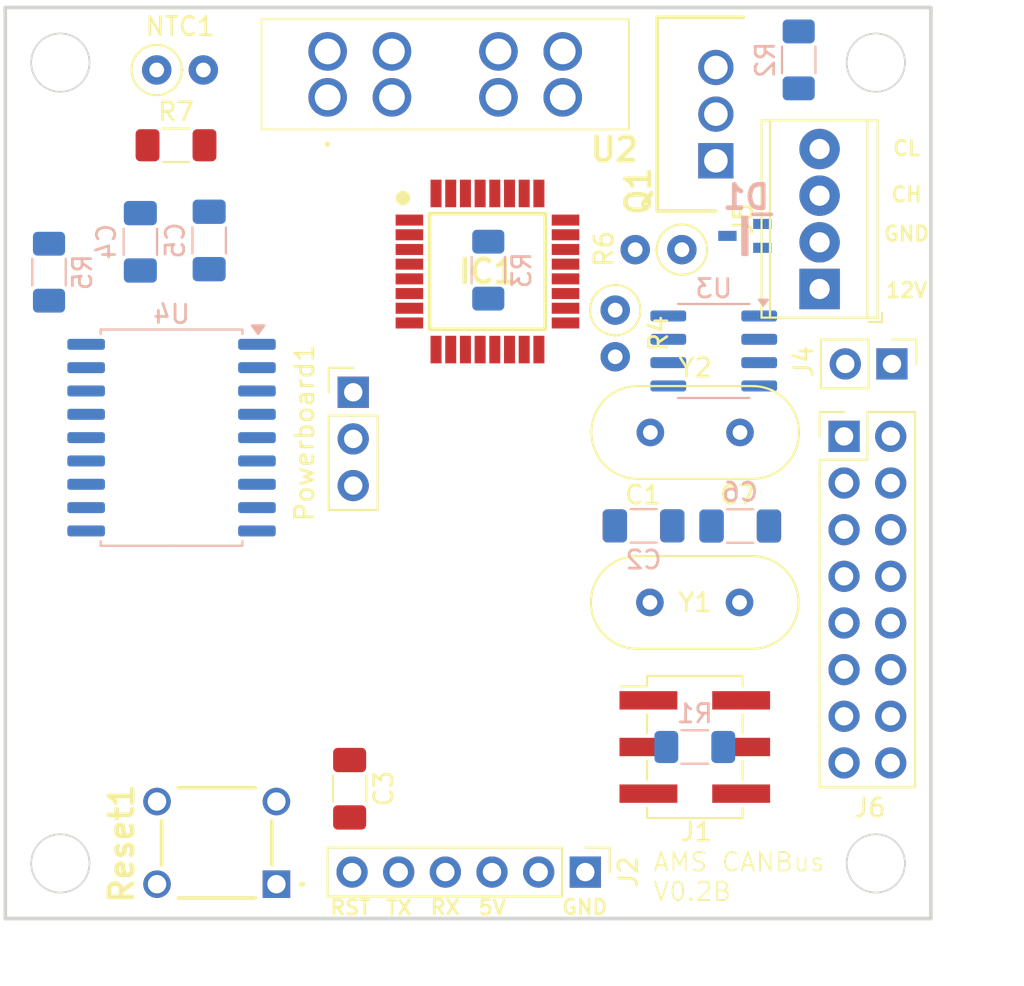
<source format=kicad_pcb>
(kicad_pcb (version 20240108) (generator "pcbnew") (generator_version "8.0")
  (layers (0 "F.Cu" signal) (1 "In1.Cu" signal) (2 "In2.Cu" signal) (31 "B.Cu" signal) (34 "B.Paste" user) (35 "F.Paste" user) (36 "B.SilkS" user "B.Silkscreen") (37 "F.SilkS" user "F.Silkscreen") (38 "B.Mask" user) (39 "F.Mask" user) (44 "Edge.Cuts" user))
  (net 0 "")
  (net 1 "GND")
  (net 2 "Net-(IC1-(XTAL1{slash}TOSC1)_PB6)")
  (net 3 "Net-(IC1-(XTAL2{slash}TOSC2)_PB7)")
  (net 4 "/BareMinATMEGA328PB-ANR/RESET")
  (net 5 "Net-(J2-Pin_6)")
  (net 6 "+5V")
  (net 7 "Net-(U4-OSC2)")
  (net 8 "Net-(U4-OSC1)")
  (net 9 "CANBUS_L")
  (net 10 "CANBUS_H")
  (net 11 "/BareMinATMEGA328PB-ANR/PD1-TX")
  (net 12 "/BareMinATMEGA328PB-ANR/PE1-SCL")
  (net 13 "/BareMinATMEGA328PB-ANR/PB0-D8")
  (net 15 "/BareMinATMEGA328PB-ANR/PB3-D11-MOSI")
  (net 16 "/BareMinATMEGA328PB-ANR/PC5-A5")
  (net 17 "Net-(J4-Pin_2)")
  (net 18 "Net-(J5-Pin_1)")
  (net 19 "+VDC")
  (net 20 "/BareMinATMEGA328PB-ANR/PD7-D7")
  (net 21 "/BareMinATMEGA328PB-ANR/PB4-D12-MISO")
  (net 22 "/BareMinATMEGA328PB-ANR/PB5-D13-SCK")
  (net 23 "/BareMinATMEGA328PB-ANR/PD6-D6")
  (net 24 "/BareMinATMEGA328PB-ANR/PC1-A1")
  (net 25 "/BareMinATMEGA328PB-ANR/PE2-A6")
  (net 26 "/BareMinATMEGA328PB-ANR/PE3-A7")
  (net 27 "/BareMinATMEGA328PB-ANR/PD3-D3")
  (net 28 "/BareMinATMEGA328PB-ANR/PC2-A2")
  (net 29 "/BareMinATMEGA328PB-ANR/PD4-D4")
  (net 30 "/BareMinATMEGA328PB-ANR/PD0-RX")
  (net 31 "/BareMinATMEGA328PB-ANR/PB1-D9")
  (net 32 "/BareMinATMEGA328PB-ANR/PD2-D2")
  (net 33 "Net-(Q1-Pad1)")
  (net 34 "Net-(Q1-Pad3)")
  (net 35 "/BareMinATMEGA328PB-ANR/AREF")
  (net 36 "Net-(U3-Rs)")
  (net 37 "Net-(U4-~{RESET})")
  (net 40 "/BareMinATMEGA328PB-ANR/PD5-D5")
  (net 41 "/BareMinATMEGA328PB-ANR/PC3-A3")
  (net 43 "/CANBUS-MCP2515/RXtoCANTC")
  (net 44 "/CANBUS-MCP2515/TXtoCANTC")
  (net 51 "/BareMinATMEGA328PB-ANR/PC4-A4")
  (net 52 "/BareMinATMEGA328PB-ANR/PE0-SDA")
  (net 53 "/BareMinATMEGA328PB-ANR/PC0-A0")
  (net 54 "/BareMinATMEGA328PB-ANR/PB2-D10-SS")
  (footprint "Capacitor_SMD:C_1206_3216Metric_Pad1.33x1.80mm_HandSolder" (layer "F.Cu") (at 118.7504 92.934 -90)
    (property "Reference" "C3" (at 0 -1.85 90) (layer "F.SilkS"))
    (property "Value" "100nf")
    (fp_line (start -0.711252 0.91) (end 0.711252 0.91) (stroke (width 0.12)) (layer "F.SilkS"))
    (fp_line (start -0.711252 -0.91) (end 0.711252 -0.91) (stroke (width 0.12)) (layer "F.SilkS"))
    (pad "1" smd roundrect (at -1.5625 0 270) (size 1.325 1.8) (layers "F.Cu" "F.Paste" "F.Mask") (roundrect_rratio 0.188679) (net 5 "Net-(J2-Pin_6)"))
    (pad "2" smd roundrect (at 1.5625 0 270) (size 1.325 1.8) (layers "F.Cu" "F.Paste" "F.Mask") (roundrect_rratio 0.188679) (net 4 "/BareMinATMEGA328PB-ANR/RESET"))
  )
  (footprint "Connector_PinHeader_2.54mm:PinHeader_2x08_P2.54mm_Vertical" (layer "F.Cu") (at 145.6707 73.7502)
    (property "Reference" "J6" (at 1.408795 20.221635 0) (layer "F.SilkS"))
    (property "Value" "Conn_02x08_Odd_Even")
    (fp_line (start -1.33 -1.33) (end 0 -1.33) (stroke (width 0.12)) (layer "F.SilkS"))
    (fp_line (start -1.33 0) (end -1.33 -1.33) (stroke (width 0.12)) (layer "F.SilkS"))
    (fp_line (start -1.33 1.27) (end -1.33 19.11) (stroke (width 0.12)) (layer "F.SilkS"))
    (fp_line (start -1.33 1.27) (end 1.27 1.27) (stroke (width 0.12)) (layer "F.SilkS"))
    (fp_line (start -1.33 19.11) (end 3.87 19.11) (stroke (width 0.12)) (layer "F.SilkS"))
    (fp_line (start 1.27 -1.33) (end 3.87 -1.33) (stroke (width 0.12)) (layer "F.SilkS"))
    (fp_line (start 1.27 1.27) (end 1.27 -1.33) (stroke (width 0.12)) (layer "F.SilkS"))
    (fp_line (start 3.87 -1.33) (end 3.87 19.11) (stroke (width 0.12)) (layer "F.SilkS"))
    (pad "1" thru_hole rect (at 0 0) (size 1.7 1.7) (drill 1) (layers "*.Cu" "*.Mask") (net 6 "+5V"))
    (pad "2" thru_hole oval (at 2.54 0) (size 1.7 1.7) (drill 1) (layers "*.Cu" "*.Mask") (net 27 "/BareMinATMEGA328PB-ANR/PD3-D3"))
    (pad "3" thru_hole oval (at 0 2.54) (size 1.7 1.7) (drill 1) (layers "*.Cu" "*.Mask") (net 19 "+VDC"))
    (pad "4" thru_hole oval (at 2.54 2.54) (size 1.7 1.7) (drill 1) (layers "*.Cu" "*.Mask") (net 29 "/BareMinATMEGA328PB-ANR/PD4-D4"))
    (pad "5" thru_hole oval (at 0 5.08) (size 1.7 1.7) (drill 1) (layers "*.Cu" "*.Mask") (net 24 "/BareMinATMEGA328PB-ANR/PC1-A1"))
    (pad "6" thru_hole oval (at 2.54 5.08) (size 1.7 1.7) (drill 1) (layers "*.Cu" "*.Mask") (net 40 "/BareMinATMEGA328PB-ANR/PD5-D5"))
    (pad "7" thru_hole oval (at 0 7.62) (size 1.7 1.7) (drill 1) (layers "*.Cu" "*.Mask") (net 28 "/BareMinATMEGA328PB-ANR/PC2-A2"))
    (pad "8" thru_hole oval (at 2.54 7.62) (size 1.7 1.7) (drill 1) (layers "*.Cu" "*.Mask") (net 23 "/BareMinATMEGA328PB-ANR/PD6-D6"))
    (pad "9" thru_hole oval (at 0 10.16) (size 1.7 1.7) (drill 1) (layers "*.Cu" "*.Mask") (net 41 "/BareMinATMEGA328PB-ANR/PC3-A3"))
    (pad "10" thru_hole oval (at 2.54 10.16) (size 1.7 1.7) (drill 1) (layers "*.Cu" "*.Mask") (net 20 "/BareMinATMEGA328PB-ANR/PD7-D7"))
    (pad "11" thru_hole oval (at 0 12.7) (size 1.7 1.7) (drill 1) (layers "*.Cu" "*.Mask") (net 51 "/BareMinATMEGA328PB-ANR/PC4-A4"))
    (pad "12" thru_hole oval (at 2.54 12.7) (size 1.7 1.7) (drill 1) (layers "*.Cu" "*.Mask") (net 13 "/BareMinATMEGA328PB-ANR/PB0-D8"))
    (pad "13" thru_hole oval (at 0 15.24) (size 1.7 1.7) (drill 1) (layers "*.Cu" "*.Mask") (net 16 "/BareMinATMEGA328PB-ANR/PC5-A5"))
    (pad "14" thru_hole oval (at 2.54 15.24) (size 1.7 1.7) (drill 1) (layers "*.Cu" "*.Mask") (net 54 "/BareMinATMEGA328PB-ANR/PB2-D10-SS"))
    (pad "15" thru_hole oval (at 0 17.78) (size 1.7 1.7) (drill 1) (layers "*.Cu" "*.Mask") (net 1 "GND"))
    (pad "16" thru_hole oval (at 2.54 17.78) (size 1.7 1.7) (drill 1) (layers "*.Cu" "*.Mask") (net 1 "GND"))
  )
  (footprint "Resistor_THT:R_Axial_DIN0207_L6.3mm_D2.5mm_P2.54mm_Vertical" (layer "F.Cu") (at 133.2127 66.8761 -90)
    (property "Reference" "R4" (at 1.270233 -2.354649 90) (layer "F.SilkS"))
    (property "Value" "17k")
    (fp_line (start 1.37 0) (end 1.44 0) (stroke (width 0.12)) (layer "F.SilkS"))
    (fp_circle (center 0 0) (end 1.37 0) (stroke (width 0.12)) (fill none) (layer "F.SilkS"))
    (pad "1" thru_hole circle (at 0 0 270) (size 1.6 1.6) (drill 0.8) (layers "*.Cu" "*.Mask") (net 36 "Net-(U3-Rs)"))
    (pad "2" thru_hole oval (at 2.54 0 270) (size 1.6 1.6) (drill 0.8) (layers "*.Cu" "*.Mask") (net 1 "GND"))
  )
  (footprint "Resistor_SMD:R_1206_3216Metric_Pad1.30x1.75mm_HandSolder" (layer "F.Cu") (at 109.298 57.9004)
    (property "Reference" "R7" (at 0 -1.82 0) (layer "F.SilkS"))
    (property "Value" "10k")
    (fp_line (start -0.727064 -0.91) (end 0.727064 -0.91) (stroke (width 0.12)) (layer "F.SilkS"))
    (fp_line (start -0.727064 0.91) (end 0.727064 0.91) (stroke (width 0.12)) (layer "F.SilkS"))
    (pad "1" smd roundrect (at -1.55 0) (size 1.3 1.75) (layers "F.Cu" "F.Paste" "F.Mask") (roundrect_rratio 0.192308) (net 1 "GND"))
    (pad "2" smd roundrect (at 1.55 0) (size 1.3 1.75) (layers "F.Cu" "F.Paste" "F.Mask") (roundrect_rratio 0.192308) (net 53 "/BareMinATMEGA328PB-ANR/PC0-A0"))
  )
  (footprint "Connector_PinHeader_2.54mm:PinHeader_2x03_P2.54mm_Vertical_SMD" (layer "F.Cu") (at 137.5433 90.6621)
    (property "Reference" "J1" (at 0.088373 4.619066 0) (layer "F.SilkS"))
    (property "Value" "ICSP")
    (fp_line (start -4.04 -3.3) (end -2.6 -3.3) (stroke (width 0.12)) (layer "F.SilkS"))
    (fp_line (start -2.6 -3.87) (end -2.6 -3.3) (stroke (width 0.12)) (layer "F.SilkS"))
    (fp_line (start -2.6 -3.87) (end 2.6 -3.87) (stroke (width 0.12)) (layer "F.SilkS"))
    (fp_line (start -2.6 -1.78) (end -2.6 -0.76) (stroke (width 0.12)) (layer "F.SilkS"))
    (fp_line (start -2.6 0.76) (end -2.6 1.78) (stroke (width 0.12)) (layer "F.SilkS"))
    (fp_line (start -2.6 3.3) (end -2.6 3.87) (stroke (width 0.12)) (layer "F.SilkS"))
    (fp_line (start -2.6 3.87) (end 2.6 3.87) (stroke (width 0.12)) (layer "F.SilkS"))
    (fp_line (start 2.6 -3.87) (end 2.6 -3.3) (stroke (width 0.12)) (layer "F.SilkS"))
    (fp_line (start 2.6 -1.78) (end 2.6 -0.76) (stroke (width 0.12)) (layer "F.SilkS"))
    (fp_line (start 2.6 0.76) (end 2.6 1.78) (stroke (width 0.12)) (layer "F.SilkS"))
    (fp_line (start 2.6 3.3) (end 2.6 3.87) (stroke (width 0.12)) (layer "F.SilkS"))
    (pad "1" smd rect (at -2.525 -2.54) (size 3.15 1) (layers "F.Cu" "F.Paste" "F.Mask") (net 21 "/BareMinATMEGA328PB-ANR/PB4-D12-MISO"))
    (pad "2" smd rect (at 2.525 -2.54) (size 3.15 1) (layers "F.Cu" "F.Paste" "F.Mask") (net 22 "/BareMinATMEGA328PB-ANR/PB5-D13-SCK"))
    (pad "3" smd rect (at -2.525 0) (size 3.15 1) (layers "F.Cu" "F.Paste" "F.Mask") (net 4 "/BareMinATMEGA328PB-ANR/RESET"))
    (pad "4" smd rect (at 2.525 0) (size 3.15 1) (layers "F.Cu" "F.Paste" "F.Mask") (net 6 "+5V"))
    (pad "5" smd rect (at -2.525 2.54) (size 3.15 1) (layers "F.Cu" "F.Paste" "F.Mask") (net 15 "/BareMinATMEGA328PB-ANR/PB3-D11-MOSI"))
    (pad "6" smd rect (at 2.525 2.54) (size 3.15 1) (layers "F.Cu" "F.Paste" "F.Mask") (net 1 "GND"))
  )
  (footprint "Resistor_THT:R_Axial_DIN0207_L6.3mm_D2.5mm_P2.54mm_Vertical" (layer "F.Cu") (at 108.2457 53.8005)
    (property "Reference" "NTC1" (at 1.27 -2.37 0) (layer "F.SilkS"))
    (property "Value" "10k")
    (fp_line (start 1.37 0) (end 1.44 0) (stroke (width 0.12)) (layer "F.SilkS"))
    (fp_circle (center 0 0) (end 1.37 0) (stroke (width 0.12)) (fill none) (layer "F.SilkS"))
    (pad "1" thru_hole circle (at 0 0) (size 1.6 1.6) (drill 0.8) (layers "*.Cu" "*.Mask") (net 53 "/BareMinATMEGA328PB-ANR/PC0-A0"))
    (pad "2" thru_hole oval (at 2.54 0) (size 1.6 1.6) (drill 0.8) (layers "*.Cu" "*.Mask") (net 6 "+5V"))
  )
  (footprint "Capacitor_SMD:C_1206_3216Metric_Pad1.33x1.80mm_HandSolder" (layer "F.Cu") (at 134.7505 78.6225)
    (property "Reference" "C1" (at -0.032988 -1.68824 0) (layer "F.SilkS"))
    (property "Value" "22pf")
    (fp_line (start -0.711252 -0.91) (end 0.711252 -0.91) (stroke (width 0.12)) (layer "F.SilkS"))
    (fp_line (start -0.711252 0.91) (end 0.711252 0.91) (stroke (width 0.12)) (layer "F.SilkS"))
    (pad "1" smd roundrect (at -1.5625 0) (size 1.325 1.8) (layers "F.Cu" "F.Paste" "F.Mask") (roundrect_rratio 0.188679) (net 2 "Net-(IC1-(XTAL1{slash}TOSC1)_PB6)"))
    (pad "2" smd roundrect (at 1.5625 0) (size 1.325 1.8) (layers "F.Cu" "F.Paste" "F.Mask") (roundrect_rratio 0.188679) (net 1 "GND"))
  )
  (footprint "Resistor_THT:R_Axial_DIN0207_L6.3mm_D2.5mm_P2.54mm_Vertical" (layer "F.Cu") (at 136.841 63.5835 180)
    (property "Reference" "R6" (at 4.245813 0.041861 -90) (layer "F.SilkS"))
    (property "Value" "120")
    (fp_line (start 1.37 0) (end 1.44 0) (stroke (width 0.12)) (layer "F.SilkS"))
    (fp_circle (center 0 0) (end 1.37 0) (stroke (width 0.12)) (fill none) (layer "F.SilkS"))
    (pad "1" thru_hole circle (at 0 0 180) (size 1.6 1.6) (drill 0.8) (layers "*.Cu" "*.Mask") (net 17 "Net-(J4-Pin_2)"))
    (pad "2" thru_hole oval (at 2.54 0 180) (size 1.6 1.6) (drill 0.8) (layers "*.Cu" "*.Mask") (net 9 "CANBUS_L"))
  )
  (footprint "SamacSys_Parts:QFP80P900X900X120-32N" (layer "F.Cu") (at 126.255337 64.774081)
    (property "Reference" "IC1" (at 0 0 0) (layer "F.SilkS") (effects (font (size 1.27 1.27) (thickness 0.254))))
    (property "Value" "ATMEGA328PB-ANR" (hide yes))
    (fp_line (start -3.15 -3.15) (end 3.15 -3.15) (stroke (width 0.2)) (layer "F.SilkS"))
    (fp_line (start -3.15 3.15) (end -3.15 -3.15) (stroke (width 0.2)) (layer "F.SilkS"))
    (fp_line (start 3.15 -3.15) (end 3.15 3.15) (stroke (width 0.2)) (layer "F.SilkS"))
    (fp_line (start 3.15 3.15) (end -3.15 3.15) (stroke (width 0.2)) (layer "F.SilkS"))
    (fp_circle (center -4.6 -4) (end -4.6 -3.8) (stroke (width 0.4)) (fill none) (layer "F.SilkS"))
    (pad "1" smd rect (at -4.25 -2.8 90) (size 0.6 1.5) (layers "F.Cu" "F.Paste" "F.Mask") (net 27 "/BareMinATMEGA328PB-ANR/PD3-D3"))
    (pad "2" smd rect (at -4.25 -2 90) (size 0.6 1.5) (layers "F.Cu" "F.Paste" "F.Mask") (net 29 "/BareMinATMEGA328PB-ANR/PD4-D4"))
    (pad "3" smd rect (at -4.25 -1.2 90) (size 0.6 1.5) (layers "F.Cu" "F.Paste" "F.Mask") (net 52 "/BareMinATMEGA328PB-ANR/PE0-SDA"))
    (pad "4" smd rect (at -4.25 -0.4 90) (size 0.6 1.5) (layers "F.Cu" "F.Paste" "F.Mask") (net 6 "+5V"))
    (pad "5" smd rect (at -4.25 0.4 90) (size 0.6 1.5) (layers "F.Cu" "F.Paste" "F.Mask") (net 1 "GND"))
    (pad "6" smd rect (at -4.25 1.2 90) (size 0.6 1.5) (layers "F.Cu" "F.Paste" "F.Mask") (net 12 "/BareMinATMEGA328PB-ANR/PE1-SCL"))
    (pad "7" smd rect (at -4.25 2 90) (size 0.6 1.5) (layers "F.Cu" "F.Paste" "F.Mask") (net 2 "Net-(IC1-(XTAL1{slash}TOSC1)_PB6)"))
    (pad "8" smd rect (at -4.25 2.8 90) (size 0.6 1.5) (layers "F.Cu" "F.Paste" "F.Mask") (net 3 "Net-(IC1-(XTAL2{slash}TOSC2)_PB7)"))
    (pad "9" smd rect (at -2.8 4.25) (size 0.6 1.5) (layers "F.Cu" "F.Paste" "F.Mask") (net 40 "/BareMinATMEGA328PB-ANR/PD5-D5"))
    (pad "10" smd rect (at -2 4.25) (size 0.6 1.5) (layers "F.Cu" "F.Paste" "F.Mask") (net 23 "/BareMinATMEGA328PB-ANR/PD6-D6"))
    (pad "11" smd rect (at -1.2 4.25) (size 0.6 1.5) (layers "F.Cu" "F.Paste" "F.Mask") (net 20 "/BareMinATMEGA328PB-ANR/PD7-D7"))
    (pad "12" smd rect (at -0.4 4.25) (size 0.6 1.5) (layers "F.Cu" "F.Paste" "F.Mask") (net 13 "/BareMinATMEGA328PB-ANR/PB0-D8"))
    (pad "13" smd rect (at 0.4 4.25) (size 0.6 1.5) (layers "F.Cu" "F.Paste" "F.Mask") (net 31 "/BareMinATMEGA328PB-ANR/PB1-D9"))
    (pad "14" smd rect (at 1.2 4.25) (size 0.6 1.5) (layers "F.Cu" "F.Paste" "F.Mask") (net 54 "/BareMinATMEGA328PB-ANR/PB2-D10-SS"))
    (pad "15" smd rect (at 2 4.25) (size 0.6 1.5) (layers "F.Cu" "F.Paste" "F.Mask") (net 15 "/BareMinATMEGA328PB-ANR/PB3-D11-MOSI"))
    (pad "16" smd rect (at 2.8 4.25) (size 0.6 1.5) (layers "F.Cu" "F.Paste" "F.Mask") (net 21 "/BareMinATMEGA328PB-ANR/PB4-D12-MISO"))
    (pad "17" smd rect (at 4.25 2.8 90) (size 0.6 1.5) (layers "F.Cu" "F.Paste" "F.Mask") (net 22 "/BareMinATMEGA328PB-ANR/PB5-D13-SCK"))
    (pad "18" smd rect (at 4.25 2 90) (size 0.6 1.5) (layers "F.Cu" "F.Paste" "F.Mask") (net 6 "+5V"))
    (pad "19" smd rect (at 4.25 1.2 90) (size 0.6 1.5) (layers "F.Cu" "F.Paste" "F.Mask") (net 25 "/BareMinATMEGA328PB-ANR/PE2-A6"))
    (pad "20" smd rect (at 4.25 0.4 90) (size 0.6 1.5) (layers "F.Cu" "F.Paste" "F.Mask") (net 35 "/BareMinATMEGA328PB-ANR/AREF"))
    (pad "21" smd rect (at 4.25 -0.4 90) (size 0.6 1.5) (layers "F.Cu" "F.Paste" "F.Mask") (net 1 "GND"))
    (pad "22" smd rect (at 4.25 -1.2 90) (size 0.6 1.5) (layers "F.Cu" "F.Paste" "F.Mask") (net 26 "/BareMinATMEGA328PB-ANR/PE3-A7"))
    (pad "23" smd rect (at 4.25 -2 90) (size 0.6 1.5) (layers "F.Cu" "F.Paste" "F.Mask") (net 53 "/BareMinATMEGA328PB-ANR/PC0-A0"))
    (pad "24" smd rect (at 4.25 -2.8 90) (size 0.6 1.5) (layers "F.Cu" "F.Paste" "F.Mask") (net 24 "/BareMinATMEGA328PB-ANR/PC1-A1"))
    (pad "25" smd rect (at 2.8 -4.25) (size 0.6 1.5) (layers "F.Cu" "F.Paste" "F.Mask") (net 28 "/BareMinATMEGA328PB-ANR/PC2-A2"))
    (pad "26" smd rect (at 2 -4.25) (size 0.6 1.5) (layers "F.Cu" "F.Paste" "F.Mask") (net 41 "/BareMinATMEGA328PB-ANR/PC3-A3"))
    (pad "27" smd rect (at 1.2 -4.25) (size 0.6 1.5) (layers "F.Cu" "F.Paste" "F.Mask") (net 51 "/BareMinATMEGA328PB-ANR/PC4-A4"))
    (pad "28" smd rect (at 0.4 -4.25) (size 0.6 1.5) (layers "F.Cu" "F.Paste" "F.Mask") (net 16 "/BareMinATMEGA328PB-ANR/PC5-A5"))
    (pad "29" smd rect (at -0.4 -4.25) (size 0.6 1.5) (layers "F.Cu" "F.Paste" "F.Mask") (net 4 "/BareMinATMEGA328PB-ANR/RESET"))
    (pad "30" smd rect (at -1.2 -4.25) (size 0.6 1.5) (layers "F.Cu" "F.Paste" "F.Mask") (net 30 "/BareMinATMEGA328PB-ANR/PD0-RX"))
    (pad "31" smd rect (at -2 -4.25) (size 0.6 1.5) (layers "F.Cu" "F.Paste" "F.Mask") (net 11 "/BareMinATMEGA328PB-ANR/PD1-TX"))
    (pad "32" smd rect (at -2.8 -4.25) (size 0.6 1.5) (layers "F.Cu" "F.Paste" "F.Mask") (net 32 "/BareMinATMEGA328PB-ANR/PD2-D2"))
  )
  (footprint "Connector_PinHeader_2.54mm:PinHeader_1x03_P2.54mm_Vertical" (layer "F.Cu") (at 118.9469 71.3482)
    (property "Reference" "Powerboard1" (at -2.653373 2.208433 90) (layer "F.SilkS"))
    (property "Value" "Conn_01x03" (hide yes))
    (fp_line (start -1.33 -1.33) (end 0 -1.33) (stroke (width 0.12)) (layer "F.SilkS"))
    (fp_line (start -1.33 0) (end -1.33 -1.33) (stroke (width 0.12)) (layer "F.SilkS"))
    (fp_line (start -1.33 1.27) (end -1.33 6.41) (stroke (width 0.12)) (layer "F.SilkS"))
    (fp_line (start -1.33 1.27) (end 1.33 1.27) (stroke (width 0.12)) (layer "F.SilkS"))
    (fp_line (start -1.33 6.41) (end 1.33 6.41) (stroke (width 0.12)) (layer "F.SilkS"))
    (fp_line (start 1.33 1.27) (end 1.33 6.41) (stroke (width 0.12)) (layer "F.SilkS"))
    (pad "1" thru_hole rect (at 0 0) (size 1.7 1.7) (drill 1) (layers "*.Cu" "*.Mask") (net 19 "+VDC"))
    (pad "2" thru_hole oval (at 0 2.54) (size 1.7 1.7) (drill 1) (layers "*.Cu" "*.Mask") (net 6 "+5V"))
    (pad "3" thru_hole oval (at 0 5.08) (size 1.7 1.7) (drill 1) (layers "*.Cu" "*.Mask") (net 1 "GND"))
  )
  (footprint "Connector_PinHeader_2.54mm:PinHeader_1x02_P2.54mm_Vertical" (layer "F.Cu") (at 148.2775 69.8053 -90)
    (property "Reference" "J4" (at -0.135532 4.80964 90) (layer "F.SilkS"))
    (property "Value" "Conn_01x02")
    (fp_line (start -1.33 3.87) (end 1.33 3.87) (stroke (width 0.12)) (layer "F.SilkS"))
    (fp_line (start -1.33 1.27) (end -1.33 3.87) (stroke (width 0.12)) (layer "F.SilkS"))
    (fp_line (start -1.33 1.27) (end 1.33 1.27) (stroke (width 0.12)) (layer "F.SilkS"))
    (fp_line (start 1.33 1.27) (end 1.33 3.87) (stroke (width 0.12)) (layer "F.SilkS"))
    (fp_line (start -1.33 0) (end -1.33 -1.33) (stroke (width 0.12)) (layer "F.SilkS"))
    (fp_line (start -1.33 -1.33) (end 0 -1.33) (stroke (width 0.12)) (layer "F.SilkS"))
    (pad "1" thru_hole rect (at 0 0 270) (size 1.7 1.7) (drill 1) (layers "*.Cu" "*.Mask") (net 10 "CANBUS_H"))
    (pad "2" thru_hole oval (at 0 2.54 270) (size 1.7 1.7) (drill 1) (layers "*.Cu" "*.Mask") (net 17 "Net-(J4-Pin_2)"))
  )
  (footprint "SamacSys_Parts:17861650001" (layer "F.Cu") (at 117.5543 55.2909)
    (property "Reference" "U2" (at 15.611993 2.84627 0) (layer "F.SilkS") (effects (font (size 1.27 1.27) (thickness 0.254))))
    (property "Value" "178.6165.0001" (hide yes))
    (fp_line (start -3.6 -4.25) (end 16.4 -4.25) (stroke (width 0.1)) (layer "F.SilkS"))
    (fp_line (start -3.6 1.75) (end -3.6 -4.25) (stroke (width 0.1)) (layer "F.SilkS"))
    (fp_line (start 0 2.5) (end 0 2.5) (stroke (width 0.2)) (layer "F.SilkS"))
    (fp_line (start 0 2.5) (end 0 2.5) (stroke (width 0.2)) (layer "F.SilkS"))
    (fp_line (start 0 2.6) (end 0 2.6) (stroke (width 0.2)) (layer "F.SilkS"))
    (fp_line (start 16.4 -4.25) (end 16.4 1.75) (stroke (width 0.1)) (layer "F.SilkS"))
    (fp_line (start 16.4 1.75) (end -3.6 1.75) (stroke (width 0.1)) (layer "F.SilkS"))
    (fp_arc (start 0 2.5) (mid 0.05 2.55) (end 0 2.6) (stroke (width 0.2)) (layer "F.SilkS"))
    (fp_arc (start 0 2.6) (mid -0.05 2.55) (end 0 2.5) (stroke (width 0.2)) (layer "F.SilkS"))
    (fp_arc (start 0 2.6) (mid -0.05 2.55) (end 0 2.5) (stroke (width 0.2)) (layer "F.SilkS"))
    (pad "" np_thru_hole circle (at 6.4 -1.25) (size 2.4 2.4) (drill 2.4) (layers "*.Cu" "*.Mask"))
    (pad "1" thru_hole circle (at 0 0) (size 2.1 2.1) (drill 1.4) (layers "*.Cu" "*.Mask") (net 19 "+VDC"))
    (pad "2" thru_hole circle (at 3.5 0) (size 2.1 2.1) (drill 1.4) (layers "*.Cu" "*.Mask") (net 19 "+VDC"))
    (pad "3" thru_hole circle (at 9.3 0) (size 2.1 2.1) (drill 1.4) (layers "*.Cu" "*.Mask") (net 34 "Net-(Q1-Pad3)"))
    (pad "4" thru_hole circle (at 12.8 0) (size 2.1 2.1) (drill 1.4) (layers "*.Cu" "*.Mask") (net 34 "Net-(Q1-Pad3)"))
    (pad "5" thru_hole circle (at 12.8 -2.5) (size 2.1 2.1) (drill 1.4) (layers "*.Cu" "*.Mask") (net 34 "Net-(Q1-Pad3)"))
    (pad "6" thru_hole circle (at 9.3 -2.5) (size 2.1 2.1) (drill 1.4) (layers "*.Cu" "*.Mask") (net 34 "Net-(Q1-Pad3)"))
    (pad "7" thru_hole circle (at 3.5 -2.5) (size 2.1 2.1) (drill 1.4) (layers "*.Cu" "*.Mask") (net 19 "+VDC"))
    (pad "8" thru_hole circle (at 0 -2.5) (size 2.1 2.1) (drill 1.4) (layers "*.Cu" "*.Mask") (net 19 "+VDC"))
  )
  (footprint "TerminalBlock_Phoenix:TerminalBlock_Phoenix_MPT-0,5-4-2.54_1x04_P2.54mm_Horizontal" (layer "F.Cu") (at 144.3379 65.725 90)
    (property "Reference" "J5" (at 3.81 -4.16 -90) (layer "F.SilkS"))
    (property "Value" "Power_And_CAN")
    (fp_line (start 9.18 -3.16) (end 9.18 3.16) (stroke (width 0.12)) (layer "F.SilkS"))
    (fp_line (start -1.56 -3.16) (end 9.18 -3.16) (stroke (width 0.12)) (layer "F.SilkS"))
    (fp_line (start -1.56 -3.16) (end -1.56 3.16) (stroke (width 0.12)) (layer "F.SilkS"))
    (fp_line (start -1.56 -2.7) (end 9.18 -2.7) (stroke (width 0.12)) (layer "F.SilkS"))
    (fp_line (start -1.56 2.6) (end 9.18 2.6) (stroke (width 0.12)) (layer "F.SilkS"))
    (fp_line (start -1.8 2.66) (end -1.8 3.4) (stroke (width 0.12)) (layer "F.SilkS"))
    (fp_line (start -1.56 3.16) (end 9.18 3.16) (stroke (width 0.12)) (layer "F.SilkS"))
    (fp_line (start -1.8 3.4) (end -1.3 3.4) (stroke (width 0.12)) (layer "F.SilkS"))
    (pad "1" thru_hole rect (at 0 0 90) (size 2.2 2.2) (drill 1.1) (layers "*.Cu" "*.Mask") (net 18 "Net-(J5-Pin_1)"))
    (pad "2" thru_hole circle (at 2.54 0 90) (size 2.2 2.2) (drill 1.1) (layers "*.Cu" "*.Mask") (net 1 "GND"))
    (pad "3" thru_hole circle (at 5.08 0 90) (size 2.2 2.2) (drill 1.1) (layers "*.Cu" "*.Mask") (net 10 "CANBUS_H"))
    (pad "4" thru_hole circle (at 7.62 0 90) (size 2.2 2.2) (drill 1.1) (layers "*.Cu" "*.Mask") (net 9 "CANBUS_L"))
  )
  (footprint "SamacSys_Parts:TO254P469X1042X1967-3P" (layer "F.Cu") (at 138.6917 58.745 90)
    (property "Reference" "Q1" (at -1.643419 -4.22138 -90) (layer "F.SilkS") (effects (font (size 1.27 1.27) (thickness 0.254))))
    (property "Value" "IRF9Z34NPBF" (hide yes))
    (fp_line (start 7.81 -3.195) (end -2.73 -3.195) (stroke (width 0.2)) (layer "F.SilkS"))
    (fp_line (start -2.73 -3.195) (end -2.73 0) (stroke (width 0.2)) (layer "F.SilkS"))
    (fp_line (start 7.81 1.495) (end 7.81 -3.195) (stroke (width 0.2)) (layer "F.SilkS"))
    (pad "1" thru_hole rect (at 0 0 90) (size 1.92 1.92) (drill 1.28) (layers "*.Cu" "*.Mask") (net 33 "Net-(Q1-Pad1)"))
    (pad "2" thru_hole circle (at 2.54 0 90) (size 1.92 1.92) (drill 1.28) (layers "*.Cu" "*.Mask") (net 18 "Net-(J5-Pin_1)"))
    (pad "3" thru_hole circle (at 5.08 0 90) (size 1.92 1.92) (drill 1.28) (layers "*.Cu" "*.Mask") (net 34 "Net-(Q1-Pad3)"))
  )
  (footprint "Connector_PinHeader_2.54mm:PinHeader_1x06_P2.54mm_Vertical" (layer "F.Cu") (at 131.583 97.4726 -90)
    (property "Reference" "J2" (at 0 -2.33 90) (layer "F.SilkS"))
    (property "Value" "TTL_Programmer")
    (fp_line (start -1.33 14.03) (end 1.33 14.03) (stroke (width 0.12)) (layer "F.SilkS"))
    (fp_line (start -1.33 1.27) (end -1.33 14.03) (stroke (width 0.12)) (layer "F.SilkS"))
    (fp_line (start -1.33 1.27) (end 1.33 1.27) (stroke (width 0.12)) (layer "F.SilkS"))
    (fp_line (start 1.33 1.27) (end 1.33 14.03) (stroke (width 0.12)) (layer "F.SilkS"))
    (fp_line (start -1.33 0) (end -1.33 -1.33) (stroke (width 0.12)) (layer "F.SilkS"))
    (fp_line (start -1.33 -1.33) (end 0 -1.33) (stroke (width 0.12)) (layer "F.SilkS"))
    (pad "1" thru_hole rect (at 0 0 270) (size 1.7 1.7) (drill 1) (layers "*.Cu" "*.Mask") (net 1 "GND"))
    (pad "2" thru_hole oval (at 0 2.54 270) (size 1.7 1.7) (drill 1) (layers "*.Cu" "*.Mask"))
    (pad "3" thru_hole oval (at 0 5.08 270) (size 1.7 1.7) (drill 1) (layers "*.Cu" "*.Mask") (net 6 "+5V"))
    (pad "4" thru_hole oval (at 0 7.62 270) (size 1.7 1.7) (drill 1) (layers "*.Cu" "*.Mask") (net 30 "/BareMinATMEGA328PB-ANR/PD0-RX"))
    (pad "5" thru_hole oval (at 0 10.16 270) (size 1.7 1.7) (drill 1) (layers "*.Cu" "*.Mask") (net 11 "/BareMinATMEGA328PB-ANR/PD1-TX"))
    (pad "6" thru_hole oval (at 0 12.7 270) (size 1.7 1.7) (drill 1) (layers "*.Cu" "*.Mask") (net 5 "Net-(J2-Pin_6)"))
  )
  (footprint "Crystal:Crystal_HC49-U_Vertical" (layer "F.Cu") (at 135.1248 73.5365)
    (property "Reference" "Y2" (at 2.44 -3.525 0) (layer "F.SilkS"))
    (property "Value" "16MHz")
    (fp_line (start -0.685 -2.525) (end 5.565 -2.525) (stroke (width 0.12)) (layer "F.SilkS"))
    (fp_line (start -0.685 2.525) (end 5.565 2.525) (stroke (width 0.12)) (layer "F.SilkS"))
    (fp_arc (start -0.685 2.525) (mid -3.21 0) (end -0.685 -2.525) (stroke (width 0.12)) (layer "F.SilkS"))
    (fp_arc (start 5.565 -2.525) (mid 8.09 0) (end 5.565 2.525) (stroke (width 0.12)) (layer "F.SilkS"))
    (pad "1" thru_hole circle (at 0 0) (size 1.5 1.5) (drill 0.8) (layers "*.Cu" "*.Mask") (net 8 "Net-(U4-OSC1)"))
    (pad "2" thru_hole circle (at 4.88 0) (size 1.5 1.5) (drill 0.8) (layers "*.Cu" "*.Mask") (net 7 "Net-(U4-OSC2)"))
  )
  (footprint "SamacSys_Parts:TS0266160BK260LCRD" (layer "F.Cu") (at 114.7642 98.1316 180)
    (property "Reference" "Reset1" (at 8.425578 2.207048 -90) (layer "F.SilkS") (effects (font (size 1.27 1.27) (thickness 0.254))))
    (property "Value" "TS02-66-160-BK-260-LCR-D" (hide yes))
    (fp_line (start 6.25 3.45) (end 6.25 1.05) (stroke (width 0.2)) (layer "F.SilkS"))
    (fp_line (start 1.15 5.25) (end 5.35 5.25) (stroke (width 0.2)) (layer "F.SilkS"))
    (fp_line (start 1.15 -0.75) (end 5.35 -0.75) (stroke (width 0.2)) (layer "F.SilkS"))
    (fp_line (start 0.25 3.45) (end 0.25 1.05) (stroke (width 0.2)) (layer "F.SilkS"))
    (fp_line (start -1.35 0) (end -1.35 0) (stroke (width 0.2)) (layer "F.SilkS"))
    (fp_line (start -1.45 0) (end -1.35 0) (stroke (width 0.2)) (layer "F.SilkS"))
    (fp_line (start -1.45 0) (end -1.45 0) (stroke (width 0.2)) (layer "F.SilkS"))
    (fp_arc (start -1.35 0) (mid -1.4 0.05) (end -1.45 0) (stroke (width 0.2)) (layer "F.SilkS"))
    (fp_arc (start -1.45 0) (mid -1.4 -0.05) (end -1.35 0) (stroke (width 0.2)) (layer "F.SilkS"))
    (pad "1" thru_hole rect (at 0 0 180) (size 1.5 1.5) (drill 1) (layers "*.Cu" "*.Mask") (net 4 "/BareMinATMEGA328PB-ANR/RESET"))
    (pad "2" thru_hole circle (at 6.5 0 180) (size 1.5 1.5) (drill 1) (layers "*.Cu" "*.Mask"))
    (pad "3" thru_hole circle (at 0 4.5 180) (size 1.5 1.5) (drill 1) (layers "*.Cu" "*.Mask") (net 1 "GND"))
    (pad "4" thru_hole circle (at 6.5 4.5 180) (size 1.5 1.5) (drill 1) (layers "*.Cu" "*.Mask"))
  )
  (footprint "Crystal:Crystal_HC49-U_Vertical" (layer "F.Cu") (at 135.0999 82.7909)
    (property "Reference" "Y1" (at 2.461251 0 0) (layer "F.SilkS"))
    (property "Value" "16MHz")
    (fp_line (start -0.685 -2.525) (end 5.565 -2.525) (stroke (width 0.12)) (layer "F.SilkS"))
    (fp_line (start -0.685 2.525) (end 5.565 2.525) (stroke (width 0.12)) (layer "F.SilkS"))
    (fp_arc (start -0.685 2.525) (mid -3.21 0) (end -0.685 -2.525) (stroke (width 0.12)) (layer "F.SilkS"))
    (fp_arc (start 5.565 -2.525) (mid 8.09 0) (end 5.565 2.525) (stroke (width 0.12)) (layer "F.SilkS"))
    (pad "1" thru_hole circle (at 0 0) (size 1.5 1.5) (drill 0.8) (layers "*.Cu" "*.Mask") (net 3 "Net-(IC1-(XTAL2{slash}TOSC2)_PB7)"))
    (pad "2" thru_hole circle (at 4.88 0) (size 1.5 1.5) (drill 0.8) (layers "*.Cu" "*.Mask") (net 2 "Net-(IC1-(XTAL1{slash}TOSC1)_PB6)"))
  )
  (footprint "Capacitor_SMD:C_1206_3216Metric_Pad1.33x1.80mm_HandSolder" (layer "F.Cu") (at 140.0214 78.6336 180)
    (property "Reference" "C7" (at 0.134128 1.699267 180) (layer "F.SilkS"))
    (property "Value" "22pf")
    (fp_line (start -0.711252 0.91) (end 0.711252 0.91) (stroke (width 0.12)) (layer "F.SilkS"))
    (fp_line (start -0.711252 -0.91) (end 0.711252 -0.91) (stroke (width 0.12)) (layer "F.SilkS"))
    (pad "1" smd roundrect (at -1.5625 0 180) (size 1.325 1.8) (layers "F.Cu" "F.Paste" "F.Mask") (roundrect_rratio 0.188679) (net 8 "Net-(U4-OSC1)"))
    (pad "2" smd roundrect (at 1.5625 0 180) (size 1.325 1.8) (layers "F.Cu" "F.Paste" "F.Mask") (roundrect_rratio 0.188679) (net 1 "GND"))
  )
  (footprint "Capacitor_SMD:C_1206_3216Metric_Pad1.33x1.80mm_HandSolder" (layer "B.Cu") (at 134.7571 78.6212)
    (property "Reference" "C2" (at 0 1.85 0) (layer "B.SilkS") (effects (justify mirror)))
    (property "Value" "22pf")
    (fp_line (start 0.711252 -0.91) (end -0.711252 -0.91) (stroke (width 0.12)) (layer "B.SilkS"))
    (fp_line (start 0.711252 0.91) (end -0.711252 0.91) (stroke (width 0.12)) (layer "B.SilkS"))
    (pad "1" smd roundrect (at -1.5625 0) (size 1.325 1.8) (layers "B.Cu" "B.Paste" "B.Mask") (roundrect_rratio 0.188679) (net 3 "Net-(IC1-(XTAL2{slash}TOSC2)_PB7)"))
    (pad "2" smd roundrect (at 1.5625 0) (size 1.325 1.8) (layers "B.Cu" "B.Paste" "B.Mask") (roundrect_rratio 0.188679) (net 1 "GND"))
  )
  (footprint "Package_SO:SOIC-18W_7.5x11.6mm_P1.27mm" (layer "B.Cu") (at 109.0546 73.8184 180)
    (property "Reference" "U4" (at 0 6.72 180) (layer "B.SilkS") (effects (justify mirror)))
    (property "Value" "MCP2515-xSO")
    (fp_line (start 3.86 5.885) (end 0 5.885) (stroke (width 0.12)) (layer "B.SilkS"))
    (fp_line (start 3.86 5.64) (end 3.86 5.885) (stroke (width 0.12)) (layer "B.SilkS"))
    (fp_line (start 3.86 -5.64) (end 3.86 -5.885) (stroke (width 0.12)) (layer "B.SilkS"))
    (fp_line (start 3.86 -5.885) (end 0 -5.885) (stroke (width 0.12)) (layer "B.SilkS"))
    (fp_line (start -3.86 5.885) (end 0 5.885) (stroke (width 0.12)) (layer "B.SilkS"))
    (fp_line (start -3.86 5.64) (end -3.86 5.885) (stroke (width 0.12)) (layer "B.SilkS"))
    (fp_line (start -3.86 -5.64) (end -3.86 -5.885) (stroke (width 0.12)) (layer "B.SilkS"))
    (fp_line (start -3.86 -5.885) (end 0 -5.885) (stroke (width 0.12)) (layer "B.SilkS"))
    (fp_poly (pts (xy -4.7125 5.64) (xy -5.0525 6.11) (xy -4.3725 6.11) (xy -4.7125 5.64)) (stroke (width 0.12)) (fill solid) (layer "B.SilkS"))
    (pad "1" smd roundrect (at -4.65 5.08 180) (size 2.05 0.6) (layers "B.Cu" "B.Paste" "B.Mask") (net 44 "/CANBUS-MCP2515/TXtoCANTC"))
    (pad "2" smd roundrect (at -4.65 3.81 180) (size 2.05 0.6) (layers "B.Cu" "B.Paste" "B.Mask") (net 43 "/CANBUS-MCP2515/RXtoCANTC"))
    (pad "3" smd roundrect (at -4.65 2.54 180) (size 2.05 0.6) (layers "B.Cu" "B.Paste" "B.Mask"))
    (pad "4" smd roundrect (at -4.65 1.27 180) (size 2.05 0.6) (layers "B.Cu" "B.Paste" "B.Mask"))
    (pad "5" smd roundrect (at -4.65 0 180) (size 2.05 0.6) (layers "B.Cu" "B.Paste" "B.Mask"))
    (pad "6" smd roundrect (at -4.65 -1.27 180) (size 2.05 0.6) (layers "B.Cu" "B.Paste" "B.Mask"))
    (pad "7" smd roundrect (at -4.65 -2.54 180) (size 2.05 0.6) (layers "B.Cu" "B.Paste" "B.Mask") (net 7 "Net-(U4-OSC2)"))
    (pad "8" smd roundrect (at -4.65 -3.81 180) (size 2.05 0.6) (layers "B.Cu" "B.Paste" "B.Mask") (net 8 "Net-(U4-OSC1)"))
    (pad "9" smd roundrect (at -4.65 -5.08 180) (size 2.05 0.6) (layers "B.Cu" "B.Paste" "B.Mask") (net 1 "GND"))
    (pad "10" smd roundrect (at 4.65 -5.08 180) (size 2.05 0.6) (layers "B.Cu" "B.Paste" "B.Mask"))
    (pad "11" smd roundrect (at 4.65 -3.81 180) (size 2.05 0.6) (layers "B.Cu" "B.Paste" "B.Mask"))
    (pad "12" smd roundrect (at 4.65 -2.54 180) (size 2.05 0.6) (layers "B.Cu" "B.Paste" "B.Mask") (net 32 "/BareMinATMEGA328PB-ANR/PD2-D2"))
    (pad "13" smd roundrect (at 4.65 -1.27 180) (size 2.05 0.6) (layers "B.Cu" "B.Paste" "B.Mask") (net 22 "/BareMinATMEGA328PB-ANR/PB5-D13-SCK"))
    (pad "14" smd roundrect (at 4.65 0 180) (size 2.05 0.6) (layers "B.Cu" "B.Paste" "B.Mask") (net 15 "/BareMinATMEGA328PB-ANR/PB3-D11-MOSI"))
    (pad "15" smd roundrect (at 4.65 1.27 180) (size 2.05 0.6) (layers "B.Cu" "B.Paste" "B.Mask") (net 21 "/BareMinATMEGA328PB-ANR/PB4-D12-MISO"))
    (pad "16" smd roundrect (at 4.65 2.54 180) (size 2.05 0.6) (layers "B.Cu" "B.Paste" "B.Mask") (net 31 "/BareMinATMEGA328PB-ANR/PB1-D9"))
    (pad "17" smd roundrect (at 4.65 3.81 180) (size 2.05 0.6) (layers "B.Cu" "B.Paste" "B.Mask") (net 37 "Net-(U4-~{RESET})"))
    (pad "18" smd roundrect (at 4.65 5.08 180) (size 2.05 0.6) (layers "B.Cu" "B.Paste" "B.Mask") (net 6 "+5V"))
  )
  (footprint "Resistor_SMD:R_1206_3216Metric_Pad1.30x1.75mm_HandSolder" (layer "B.Cu") (at 137.5433 90.6621 180)
    (property "Reference" "R1" (at 0 1.82 180) (layer "B.SilkS") (effects (justify mirror)))
    (property "Value" "10k")
    (fp_line (start 0.727064 0.91) (end -0.727064 0.91) (stroke (width 0.12)) (layer "B.SilkS"))
    (fp_line (start 0.727064 -0.91) (end -0.727064 -0.91) (stroke (width 0.12)) (layer "B.SilkS"))
    (pad "1" smd roundrect (at -1.55 0 180) (size 1.3 1.75) (layers "B.Cu" "B.Paste" "B.Mask") (roundrect_rratio 0.192308) (net 6 "+5V"))
    (pad "2" smd roundrect (at 1.55 0 180) (size 1.3 1.75) (layers "B.Cu" "B.Paste" "B.Mask") (roundrect_rratio 0.192308) (net 4 "/BareMinATMEGA328PB-ANR/RESET"))
  )
  (footprint "Capacitor_SMD:C_1206_3216Metric_Pad1.33x1.80mm_HandSolder" (layer "B.Cu") (at 107.3557 63.1569 -90)
    (property "Reference" "C4" (at 0 1.85 90) (layer "B.SilkS") (effects (justify mirror)))
    (property "Value" "100nf")
    (fp_line (start 0.711252 0.91) (end -0.711252 0.91) (stroke (width 0.12)) (layer "B.SilkS"))
    (fp_line (start 0.711252 -0.91) (end -0.711252 -0.91) (stroke (width 0.12)) (layer "B.SilkS"))
    (pad "1" smd roundrect (at -1.5625 0 270) (size 1.325 1.8) (layers "B.Cu" "B.Paste" "B.Mask") (roundrect_rratio 0.188679) (net 6 "+5V"))
    (pad "2" smd roundrect (at 1.5625 0 270) (size 1.325 1.8) (layers "B.Cu" "B.Paste" "B.Mask") (roundrect_rratio 0.188679) (net 1 "GND"))
  )
  (footprint "Package_SO:SOIC-8_3.9x4.9mm_P1.27mm" (layer "B.Cu") (at 138.5753 69.1 180)
    (property "Reference" "U3" (at 0 3.4 180) (layer "B.SilkS") (effects (justify mirror)))
    (property "Value" "MCP2551-I-SN")
    (fp_line (start 1.95 2.56) (end 0 2.56) (stroke (width 0.12)) (layer "B.SilkS"))
    (fp_line (start 1.95 -2.56) (end 0 -2.56) (stroke (width 0.12)) (layer "B.SilkS"))
    (fp_line (start -1.95 2.56) (end 0 2.56) (stroke (width 0.12)) (layer "B.SilkS"))
    (fp_line (start -1.95 -2.56) (end 0 -2.56) (stroke (width 0.12)) (layer "B.SilkS"))
    (fp_poly (pts (xy -2.7 2.465) (xy -2.94 2.795) (xy -2.46 2.795) (xy -2.7 2.465)) (stroke (width 0.12)) (fill solid) (layer "B.SilkS"))
    (pad "1" smd roundrect (at -2.475 1.905 180) (size 1.95 0.6) (layers "B.Cu" "B.Paste" "B.Mask") (net 44 "/CANBUS-MCP2515/TXtoCANTC"))
    (pad "2" smd roundrect (at -2.475 0.635 180) (size 1.95 0.6) (layers "B.Cu" "B.Paste" "B.Mask") (net 1 "GND"))
    (pad "3" smd roundrect (at -2.475 -0.635 180) (size 1.95 0.6) (layers "B.Cu" "B.Paste" "B.Mask") (net 6 "+5V"))
    (pad "4" smd roundrect (at -2.475 -1.905 180) (size 1.95 0.6) (layers "B.Cu" "B.Paste" "B.Mask") (net 43 "/CANBUS-MCP2515/RXtoCANTC"))
    (pad "5" smd roundrect (at 2.475 -1.905 180) (size 1.95 0.6) (layers "B.Cu" "B.Paste" "B.Mask"))
    (pad "6" smd roundrect (at 2.475 -0.635 180) (size 1.95 0.6) (layers "B.Cu" "B.Paste" "B.Mask") (net 9 "CANBUS_L"))
    (pad "7" smd roundrect (at 2.475 0.635 180) (size 1.95 0.6) (layers "B.Cu" "B.Paste" "B.Mask") (net 10 "CANBUS_H"))
    (pad "8" smd roundrect (at 2.475 1.905 180) (size 1.95 0.6) (layers "B.Cu" "B.Paste" "B.Mask") (net 36 "Net-(U3-Rs)"))
  )
  (footprint "Resistor_SMD:R_1206_3216Metric_Pad1.30x1.75mm_HandSolder" (layer "B.Cu") (at 102.3829 64.8116 90)
    (property "Reference" "R5" (at 0 1.82 -90) (layer "B.SilkS") (effects (justify mirror)))
    (property "Value" "10k")
    (fp_line (start 0.727064 -0.91) (end -0.727064 -0.91) (stroke (width 0.12)) (layer "B.SilkS"))
    (fp_line (start 0.727064 0.91) (end -0.727064 0.91) (stroke (width 0.12)) (layer "B.SilkS"))
    (pad "1" smd roundrect (at -1.55 0 90) (size 1.3 1.75) (layers "B.Cu" "B.Paste" "B.Mask") (roundrect_rratio 0.192308) (net 37 "Net-(U4-~{RESET})"))
    (pad "2" smd roundrect (at 1.55 0 90) (size 1.3 1.75) (layers "B.Cu" "B.Paste" "B.Mask") (roundrect_rratio 0.192308) (net 6 "+5V"))
  )
  (footprint "Resistor_SMD:R_1206_3216Metric_Pad1.30x1.75mm_HandSolder" (layer "B.Cu") (at 126.300191 64.699324 90)
    (property "Reference" "R3" (at 0 1.82 -90) (layer "B.SilkS") (effects (justify mirror)))
    (property "Value" "4.7k")
    (fp_line (start 0.727064 -0.91) (end -0.727064 -0.91) (stroke (width 0.12)) (layer "B.SilkS"))
    (fp_line (start 0.727064 0.91) (end -0.727064 0.91) (stroke (width 0.12)) (layer "B.SilkS"))
    (pad "1" smd roundrect (at -1.55 0 90) (size 1.3 1.75) (layers "B.Cu" "B.Paste" "B.Mask") (roundrect_rratio 0.192308) (net 35 "/BareMinATMEGA328PB-ANR/AREF"))
    (pad "2" smd roundrect (at 1.55 0 90) (size 1.3 1.75) (layers "B.Cu" "B.Paste" "B.Mask") (roundrect_rratio 0.192308) (net 6 "+5V"))
  )
  (footprint "Resistor_SMD:R_1206_3216Metric_Pad1.30x1.75mm_HandSolder" (layer "B.Cu") (at 143.2011 53.253 -90)
    (property "Reference" "R2" (at 0 1.82 90) (layer "B.SilkS") (effects (justify mirror)))
    (property "Value" "10k")
    (fp_line (start 0.727064 0.91) (end -0.727064 0.91) (stroke (width 0.12)) (layer "B.SilkS"))
    (fp_line (start 0.727064 -0.91) (end -0.727064 -0.91) (stroke (width 0.12)) (layer "B.SilkS"))
    (pad "1" smd roundrect (at -1.55 0 270) (size 1.3 1.75) (layers "B.Cu" "B.Paste" "B.Mask") (roundrect_rratio 0.192308) (net 33 "Net-(Q1-Pad1)"))
    (pad "2" smd roundrect (at 1.55 0 270) (size 1.3 1.75) (layers "B.Cu" "B.Paste" "B.Mask") (roundrect_rratio 0.192308) (net 1 "GND"))
  )
  (footprint "Capacitor_SMD:C_1206_3216Metric_Pad1.33x1.80mm_HandSolder" (layer "B.Cu") (at 111.1027 63.083 -90)
    (property "Reference" "C5" (at 0 1.85 90) (layer "B.SilkS") (effects (justify mirror)))
    (property "Value" "100nf")
    (fp_line (start 0.711252 0.91) (end -0.711252 0.91) (stroke (width 0.12)) (layer "B.SilkS"))
    (fp_line (start 0.711252 -0.91) (end -0.711252 -0.91) (stroke (width 0.12)) (layer "B.SilkS"))
    (pad "1" smd roundrect (at -1.5625 0 270) (size 1.325 1.8) (layers "B.Cu" "B.Paste" "B.Mask") (roundrect_rratio 0.188679) (net 6 "+5V"))
    (pad "2" smd roundrect (at 1.5625 0 270) (size 1.325 1.8) (layers "B.Cu" "B.Paste" "B.Mask") (roundrect_rratio 0.188679) (net 1 "GND"))
  )
  (footprint "SamacSys_Parts:SOT65P210X110-3N" (layer "B.Cu") (at 140.2698 62.8344 180)
    (property "Reference" "D1" (at -0.061 2.111018 180) (layer "B.SilkS") (effects (font (size 1.27 1.27) (thickness 0.254)) (justify mirror)))
    (property "Value" "PESD5V0L2UU,115" (hide yes))
    (fp_line (start 0.1 1) (end -0.1 1) (stroke (width 0.2)) (layer "B.SilkS"))
    (fp_line (start 0.1 -1) (end 0.1 1) (stroke (width 0.2)) (layer "B.SilkS"))
    (fp_line (start -0.1 1) (end -0.1 -1) (stroke (width 0.2)) (layer "B.SilkS"))
    (fp_line (start -0.1 -1) (end 0.1 -1) (stroke (width 0.2)) (layer "B.SilkS"))
    (fp_line (start -0.45 1.175) (end -1.45 1.175) (stroke (width 0.2)) (layer "B.SilkS"))
    (pad "1" smd rect (at -0.95 0.65 90) (size 0.55 1) (layers "B.Cu" "B.Paste" "B.Mask") (net 10 "CANBUS_H"))
    (pad "2" smd rect (at -0.95 -0.65 90) (size 0.55 1) (layers "B.Cu" "B.Paste" "B.Mask") (net 9 "CANBUS_L"))
    (pad "3" smd rect (at 0.95 0 90) (size 0.55 1) (layers "B.Cu" "B.Paste" "B.Mask") (net 1 "GND"))
  )
  (footprint "Capacitor_SMD:C_1206_3216Metric_Pad1.33x1.80mm_HandSolder" (layer "B.Cu") (at 140.0154 78.631 180)
    (property "Reference" "C6" (at 0 1.85 180) (layer "B.SilkS") (effects (justify mirror)))
    (property "Value" "22pf")
    (fp_line (start 0.711252 0.91) (end -0.711252 0.91) (stroke (width 0.12)) (layer "B.SilkS"))
    (fp_line (start 0.711252 -0.91) (end -0.711252 -0.91) (stroke (width 0.12)) (layer "B.SilkS"))
    (pad "1" smd roundrect (at -1.5625 0 180) (size 1.325 1.8) (layers "B.Cu" "B.Paste" "B.Mask") (roundrect_rratio 0.188679) (net 7 "Net-(U4-OSC2)"))
    (pad "2" smd roundrect (at 1.5625 0 180) (size 1.325 1.8) (layers "B.Cu" "B.Paste" "B.Mask") (roundrect_rratio 0.188679) (net 1 "GND"))
  )
  (gr_circle (center 147.4 97) (end 148.9875 97) (stroke (width 0.1)) (fill none) (layer "Edge.Cuts"))
  (gr_line (start 100 50.4) (end 100 100) (stroke (width 0.2)) (layer "Edge.Cuts"))
  (gr_line (start 100 50.4) (end 150.4 50.4) (stroke (width 0.2)) (layer "Edge.Cuts"))
  (gr_circle (center 103 53.4) (end 104.5875 53.4) (stroke (width 0.1)) (fill none) (layer "Edge.Cuts"))
  (gr_circle (center 103 97) (end 104.5875 97) (stroke (width 0.1)) (fill none) (layer "Edge.Cuts"))
  (gr_line (start 100 100) (end 150.4 100) (stroke (width 0.2)) (layer "Edge.Cuts"))
  (gr_line (start 150.4 50.4) (end 150.4 100) (stroke (width 0.2)) (layer "Edge.Cuts"))
  (gr_circle (center 147.4 53.4) (end 148.9875 53.4) (stroke (width 0.1)) (fill none) (layer "Edge.Cuts"))
  (gr_text "CH" (at 148.155057 61.049647 0) (layer "F.SilkS") (effects (font (size 0.8 0.8) (thickness 0.15) (bold yes)) (justify left bottom)))
  (gr_text "CL" (at 148.250295 58.535791 0) (layer "F.SilkS") (effects (font (size 0.8 0.8) (thickness 0.15) (bold yes)) (justify left bottom)))
  (gr_text "GND" (at 130.234179 99.84831 0) (layer "F.SilkS") (effects (font (size 0.8 0.8) (thickness 0.15) (bold yes)) (justify left bottom)))
  (gr_text "RST" (at 117.610355 99.87506 0) (layer "F.SilkS") (effects (font (size 0.8 0.8) (thickness 0.15) (bold yes)) (justify left bottom)))
  (gr_text "5V" (at 125.689713 99.87506 0) (layer "F.SilkS") (effects (font (size 0.8 0.8) (thickness 0.15) (bold yes)) (justify left bottom)))
  (gr_text "GND" (at 147.755057 63.1883 0) (layer "F.SilkS") (effects (font (size 0.8 0.8) (thickness 0.15) (bold yes)) (justify left bottom)))
  (gr_text "RX" (at 123.075803 99.862554 0) (layer "F.SilkS") (effects (font (size 0.8 0.8) (thickness 0.15) (bold yes)) (justify left bottom)))
  (gr_text "TX" (at 120.649495 99.887567 0) (layer "F.SilkS") (effects (font (size 0.8 0.8) (thickness 0.15) (bold yes)) (justify left bottom)))
  (gr_text "12V" (at 147.869342 66.26496 0) (layer "F.SilkS") (effects (font (size 0.8 0.8) (thickness 0.15) (bold yes)) (justify left bottom)))
  (gr_text "AMS CANBus\nV0.2B" (at 135.220828 99.122401 0) (layer "F.SilkS") (effects (font (size 1 1) (thickness 0.1)) (justify left bottom)))
)
</source>
